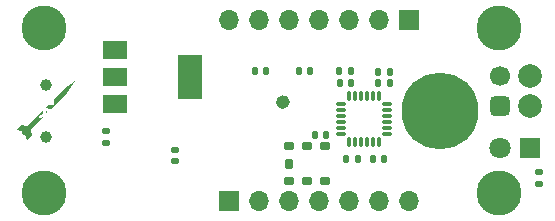
<source format=gbr>
%TF.GenerationSoftware,KiCad,Pcbnew,6.0.4*%
%TF.CreationDate,2022-07-04T15:33:55+01:00*%
%TF.ProjectId,bob,626f622e-6b69-4636-9164-5f7063625858,rev?*%
%TF.SameCoordinates,Original*%
%TF.FileFunction,Soldermask,Bot*%
%TF.FilePolarity,Negative*%
%FSLAX46Y46*%
G04 Gerber Fmt 4.6, Leading zero omitted, Abs format (unit mm)*
G04 Created by KiCad (PCBNEW 6.0.4) date 2022-07-04 15:33:55*
%MOMM*%
%LPD*%
G01*
G04 APERTURE LIST*
G04 Aperture macros list*
%AMRoundRect*
0 Rectangle with rounded corners*
0 $1 Rounding radius*
0 $2 $3 $4 $5 $6 $7 $8 $9 X,Y pos of 4 corners*
0 Add a 4 corners polygon primitive as box body*
4,1,4,$2,$3,$4,$5,$6,$7,$8,$9,$2,$3,0*
0 Add four circle primitives for the rounded corners*
1,1,$1+$1,$2,$3*
1,1,$1+$1,$4,$5*
1,1,$1+$1,$6,$7*
1,1,$1+$1,$8,$9*
0 Add four rect primitives between the rounded corners*
20,1,$1+$1,$2,$3,$4,$5,0*
20,1,$1+$1,$4,$5,$6,$7,0*
20,1,$1+$1,$6,$7,$8,$9,0*
20,1,$1+$1,$8,$9,$2,$3,0*%
G04 Aperture macros list end*
%ADD10C,0.575000*%
%ADD11O,1.700000X1.700000*%
%ADD12R,1.700000X1.700000*%
%ADD13RoundRect,0.101600X0.299720X-0.248920X0.299720X0.248920X-0.299720X0.248920X-0.299720X-0.248920X0*%
%ADD14RoundRect,0.101600X-0.248920X-0.299720X0.248920X-0.299720X0.248920X0.299720X-0.248920X0.299720X0*%
%ADD15RoundRect,0.140000X-0.170000X0.140000X-0.170000X-0.140000X0.170000X-0.140000X0.170000X0.140000X0*%
%ADD16C,6.500000*%
%ADD17C,2.000000*%
%ADD18RoundRect,0.425000X0.425000X-0.425000X0.425000X0.425000X-0.425000X0.425000X-0.425000X-0.425000X0*%
%ADD19C,1.700000*%
%ADD20RoundRect,0.075000X-0.075000X0.350000X-0.075000X-0.350000X0.075000X-0.350000X0.075000X0.350000X0*%
%ADD21RoundRect,0.075000X-0.350000X-0.075000X0.350000X-0.075000X0.350000X0.075000X-0.350000X0.075000X0*%
%ADD22C,1.000000*%
%ADD23C,1.800000*%
%ADD24R,1.800000X1.800000*%
%ADD25C,3.800000*%
%ADD26R,2.000000X1.500000*%
%ADD27R,2.000000X3.800000*%
%ADD28RoundRect,0.135000X-0.185000X0.135000X-0.185000X-0.135000X0.185000X-0.135000X0.185000X0.135000X0*%
%ADD29RoundRect,0.135000X-0.135000X-0.185000X0.135000X-0.185000X0.135000X0.185000X-0.135000X0.185000X0*%
%ADD30RoundRect,0.135000X0.135000X0.185000X-0.135000X0.185000X-0.135000X-0.185000X0.135000X-0.185000X0*%
%ADD31RoundRect,0.140000X-0.140000X-0.170000X0.140000X-0.170000X0.140000X0.170000X-0.140000X0.170000X0*%
%ADD32RoundRect,0.140000X0.140000X0.170000X-0.140000X0.170000X-0.140000X-0.170000X0.140000X-0.170000X0*%
G04 APERTURE END LIST*
D10*
X42986664Y-24780000D02*
G75*
G03*
X42986664Y-24780000I-287500J0D01*
G01*
%TO.C,YAR*%
G36*
X22799164Y-25585000D02*
G01*
X22604164Y-25675000D01*
X22604164Y-25545000D01*
X22799164Y-25585000D01*
G37*
G36*
X23074164Y-24765000D02*
G01*
X23039164Y-24770000D01*
X23074164Y-24735000D01*
X23074164Y-24765000D01*
G37*
G36*
X24459164Y-24004111D02*
G01*
X23059164Y-25385000D01*
X22539164Y-25280000D01*
X22769164Y-25050000D01*
X23239164Y-24990000D01*
X23289164Y-24960000D01*
X23319164Y-24900000D01*
X23319164Y-24500000D01*
X24144346Y-23683194D01*
X24149164Y-23680000D01*
X25129164Y-23001660D01*
X24459164Y-24004111D01*
G37*
G36*
X22359164Y-25790000D02*
G01*
X22109164Y-25910000D01*
X22069164Y-25980000D01*
X22079164Y-26050000D01*
X22119164Y-26100000D01*
X22169164Y-26120000D01*
X22220462Y-26120000D01*
X22389164Y-26050000D01*
X21329164Y-27107145D01*
X21413628Y-27594618D01*
X21022347Y-27974851D01*
X20899164Y-27558524D01*
X20837556Y-27501970D01*
X20770354Y-27567591D01*
X20576594Y-27369398D01*
X20638434Y-27304426D01*
X20576941Y-27241451D01*
X20153261Y-27124909D01*
X20550385Y-26733311D01*
X21039164Y-26780000D01*
X22329164Y-25490000D01*
X22359164Y-25490000D01*
X22359164Y-25790000D01*
G37*
%TD*%
D11*
%TO.C,J1*%
X38109164Y-17820000D03*
X40649164Y-17820000D03*
X43189164Y-17820000D03*
X45729164Y-17820000D03*
X48269164Y-17820000D03*
X50809164Y-17820000D03*
D12*
X53349164Y-17820000D03*
%TD*%
D13*
%TO.C,U5*%
X43251400Y-28534400D03*
X44750000Y-28534400D03*
X46248600Y-28534400D03*
X46248600Y-31430000D03*
X44750000Y-31430000D03*
X43251400Y-31430000D03*
D14*
X43251400Y-29982200D03*
%TD*%
D15*
%TO.C,C15*%
X33579164Y-28840000D03*
X33579164Y-29800000D03*
%TD*%
D16*
%TO.C,SW1*%
X56000000Y-25500000D03*
%TD*%
D17*
%TO.C,J3*%
X63590000Y-22540000D03*
X63590000Y-25080000D03*
D18*
X61050000Y-25080000D03*
D19*
X61050000Y-22540000D03*
%TD*%
D11*
%TO.C,J4*%
X53349164Y-33180000D03*
X50809164Y-33180000D03*
X48269164Y-33180000D03*
X45729164Y-33180000D03*
X43189164Y-33180000D03*
X40649164Y-33180000D03*
D12*
X38109164Y-33180000D03*
%TD*%
D20*
%TO.C,U4*%
X48300000Y-28180000D03*
X48800000Y-28180000D03*
X49300000Y-28180000D03*
X49800000Y-28180000D03*
X50300000Y-28180000D03*
X50800000Y-28180000D03*
D21*
X51500000Y-27480000D03*
X51500000Y-26980000D03*
X51500000Y-26480000D03*
X51500000Y-25980000D03*
X51500000Y-25480000D03*
X51500000Y-24980000D03*
D20*
X50800000Y-24280000D03*
X50300000Y-24280000D03*
X49800000Y-24280000D03*
X49300000Y-24280000D03*
X48800000Y-24280000D03*
X48300000Y-24280000D03*
D21*
X47600000Y-24980000D03*
X47600000Y-25480000D03*
X47600000Y-25980000D03*
X47600000Y-26480000D03*
X47600000Y-26980000D03*
X47600000Y-27480000D03*
%TD*%
D22*
%TO.C,J2*%
X22649164Y-23300000D03*
X22649164Y-27700000D03*
%TD*%
D23*
%TO.C,D3*%
X61049164Y-28680000D03*
D24*
X63589164Y-28680000D03*
%TD*%
D25*
%TO.C,H1*%
X22500000Y-18500000D03*
%TD*%
%TO.C,H4*%
X61000000Y-32500000D03*
%TD*%
%TO.C,H2*%
X61000000Y-18500000D03*
%TD*%
%TO.C,H3*%
X22500000Y-32500000D03*
%TD*%
D26*
%TO.C,U3*%
X28500000Y-24980000D03*
D27*
X34800000Y-22680000D03*
D26*
X28500000Y-22680000D03*
X28500000Y-20380000D03*
%TD*%
D28*
%TO.C,R8*%
X64349164Y-30670000D03*
X64349164Y-31690000D03*
%TD*%
D29*
%TO.C,R7*%
X49019164Y-29580000D03*
X47999164Y-29580000D03*
%TD*%
D30*
%TO.C,R1*%
X48499164Y-22180000D03*
X47479164Y-22180000D03*
%TD*%
D28*
%TO.C,R6*%
X27700000Y-28280000D03*
X27700000Y-27260000D03*
%TD*%
D31*
%TO.C,C16*%
X51279164Y-29580000D03*
X50319164Y-29580000D03*
%TD*%
%TO.C,C10*%
X50789164Y-22230000D03*
X51749164Y-22230000D03*
%TD*%
%TO.C,C13*%
X41299164Y-22180000D03*
X40339164Y-22180000D03*
%TD*%
D32*
%TO.C,C12*%
X44019164Y-22180000D03*
X44979164Y-22180000D03*
%TD*%
%TO.C,C11*%
X47490000Y-23130000D03*
X48450000Y-23130000D03*
%TD*%
D31*
%TO.C,C14*%
X46349164Y-27530000D03*
X45389164Y-27530000D03*
%TD*%
D32*
%TO.C,C4*%
X51749164Y-23180000D03*
X50789164Y-23180000D03*
%TD*%
M02*

</source>
